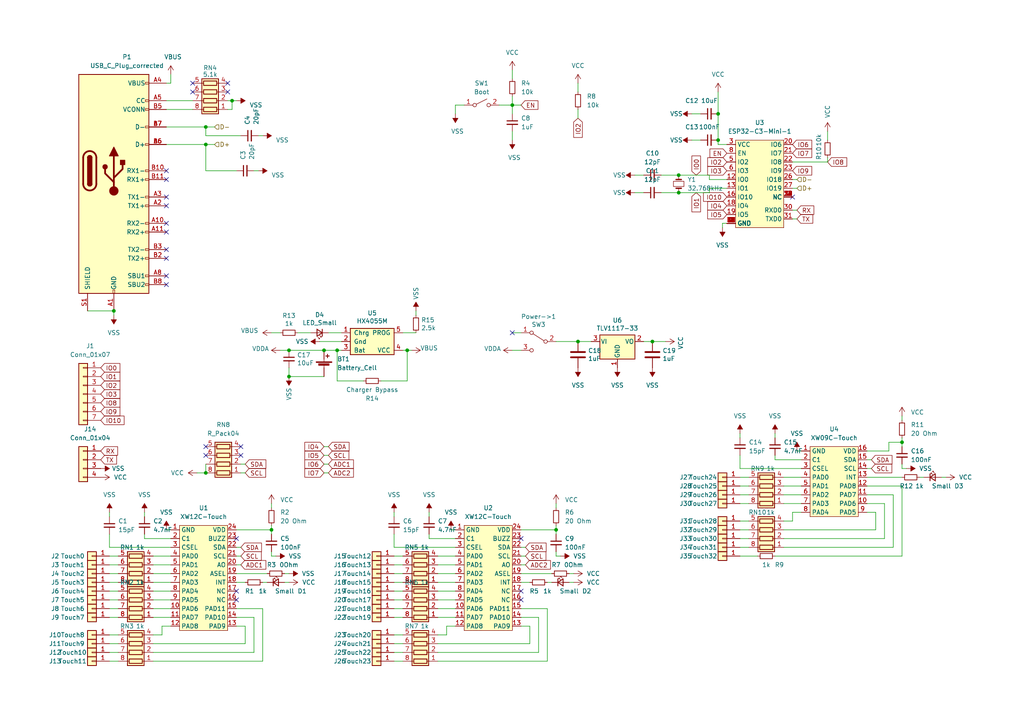
<source format=kicad_sch>
(kicad_sch (version 20210621) (generator eeschema)
  (paper "A4")
  (junction (at 33.02 90.17) (diameter 0.9144))
  (junction (at 59.69 36.83) (diameter 0.9144))
  (junction (at 59.69 41.91) (diameter 0.9144))
  (junction (at 59.69 137.16) (diameter 0.9144))
  (junction (at 67.31 29.21) (diameter 0.9144))
  (junction (at 78.74 153.67) (diameter 0.9144))
  (junction (at 83.82 101.6) (diameter 0.9144))
  (junction (at 83.82 109.22) (diameter 0.9144))
  (junction (at 93.98 101.6) (diameter 0.9144))
  (junction (at 97.79 101.6) (diameter 0.9144))
  (junction (at 118.11 101.6) (diameter 0.9144))
  (junction (at 148.59 30.48) (diameter 0.9144))
  (junction (at 161.29 153.67) (diameter 0.9144))
  (junction (at 167.64 99.06) (diameter 0.9144))
  (junction (at 189.23 99.06) (diameter 0.9144))
  (junction (at 196.85 50.8) (diameter 0.9144))
  (junction (at 196.85 55.88) (diameter 0.9144))
  (junction (at 208.28 33.02) (diameter 0.9144))
  (junction (at 208.28 40.64) (diameter 0.9144))
  (junction (at 261.62 128.27) (diameter 0.9144))
  (no_connect (at 48.26 49.53))
  (no_connect (at 48.26 52.07))
  (no_connect (at 48.26 57.15))
  (no_connect (at 48.26 59.69))
  (no_connect (at 48.26 64.77))
  (no_connect (at 48.26 67.31))
  (no_connect (at 48.26 72.39))
  (no_connect (at 48.26 74.93))
  (no_connect (at 48.26 80.01))
  (no_connect (at 48.26 82.55))
  (no_connect (at 55.88 24.13))
  (no_connect (at 55.88 26.67))
  (no_connect (at 59.69 129.54))
  (no_connect (at 59.69 132.08))
  (no_connect (at 66.04 24.13))
  (no_connect (at 66.04 26.67))
  (no_connect (at 68.58 156.21))
  (no_connect (at 68.58 171.45))
  (no_connect (at 68.58 173.99))
  (no_connect (at 69.85 129.54))
  (no_connect (at 69.85 132.08))
  (no_connect (at 148.59 96.52))
  (no_connect (at 151.13 156.21))
  (no_connect (at 151.13 171.45))
  (no_connect (at 151.13 173.99))
  (no_connect (at 229.87 57.15))
  (wire (pts (xy 25.4 90.17) (xy 33.02 90.17)))
  (wire (pts (xy 31.75 148.59) (xy 31.75 149.86)))
  (wire (pts (xy 31.75 158.75) (xy 31.75 154.94)))
  (wire (pts (xy 31.75 161.29) (xy 34.29 161.29)))
  (wire (pts (xy 31.75 163.83) (xy 34.29 163.83)))
  (wire (pts (xy 31.75 166.37) (xy 34.29 166.37)))
  (wire (pts (xy 31.75 168.91) (xy 34.29 168.91)))
  (wire (pts (xy 31.75 171.45) (xy 34.29 171.45)))
  (wire (pts (xy 31.75 173.99) (xy 34.29 173.99)))
  (wire (pts (xy 31.75 176.53) (xy 34.29 176.53)))
  (wire (pts (xy 31.75 179.07) (xy 34.29 179.07)))
  (wire (pts (xy 31.75 184.15) (xy 34.29 184.15)))
  (wire (pts (xy 31.75 186.69) (xy 34.29 186.69)))
  (wire (pts (xy 31.75 189.23) (xy 34.29 189.23)))
  (wire (pts (xy 31.75 191.77) (xy 34.29 191.77)))
  (wire (pts (xy 33.02 90.17) (xy 33.02 91.44)))
  (wire (pts (xy 41.91 148.59) (xy 41.91 149.86)))
  (wire (pts (xy 41.91 156.21) (xy 41.91 154.94)))
  (wire (pts (xy 44.45 161.29) (xy 49.53 161.29)))
  (wire (pts (xy 44.45 163.83) (xy 49.53 163.83)))
  (wire (pts (xy 44.45 166.37) (xy 49.53 166.37)))
  (wire (pts (xy 44.45 168.91) (xy 49.53 168.91)))
  (wire (pts (xy 44.45 171.45) (xy 49.53 171.45)))
  (wire (pts (xy 44.45 173.99) (xy 49.53 173.99)))
  (wire (pts (xy 44.45 176.53) (xy 49.53 176.53)))
  (wire (pts (xy 44.45 179.07) (xy 49.53 179.07)))
  (wire (pts (xy 44.45 191.77) (xy 76.2 191.77)))
  (wire (pts (xy 46.99 181.61) (xy 46.99 184.15)))
  (wire (pts (xy 46.99 184.15) (xy 44.45 184.15)))
  (wire (pts (xy 48.26 29.21) (xy 55.88 29.21)))
  (wire (pts (xy 48.26 31.75) (xy 55.88 31.75)))
  (wire (pts (xy 48.26 36.83) (xy 59.69 36.83)))
  (wire (pts (xy 48.26 41.91) (xy 59.69 41.91)))
  (wire (pts (xy 48.26 153.67) (xy 49.53 153.67)))
  (wire (pts (xy 49.53 21.59) (xy 49.53 24.13)))
  (wire (pts (xy 49.53 24.13) (xy 48.26 24.13)))
  (wire (pts (xy 49.53 156.21) (xy 41.91 156.21)))
  (wire (pts (xy 49.53 158.75) (xy 31.75 158.75)))
  (wire (pts (xy 49.53 181.61) (xy 46.99 181.61)))
  (wire (pts (xy 57.15 137.16) (xy 59.69 137.16)))
  (wire (pts (xy 59.69 36.83) (xy 62.23 36.83)))
  (wire (pts (xy 59.69 39.37) (xy 59.69 36.83)))
  (wire (pts (xy 59.69 41.91) (xy 62.23 41.91)))
  (wire (pts (xy 59.69 49.53) (xy 59.69 41.91)))
  (wire (pts (xy 59.69 134.62) (xy 59.69 137.16)))
  (wire (pts (xy 66.04 29.21) (xy 67.31 29.21)))
  (wire (pts (xy 66.04 31.75) (xy 67.31 31.75)))
  (wire (pts (xy 67.31 29.21) (xy 67.31 31.75)))
  (wire (pts (xy 67.31 29.21) (xy 68.58 29.21)))
  (wire (pts (xy 68.58 49.53) (xy 59.69 49.53)))
  (wire (pts (xy 68.58 153.67) (xy 78.74 153.67)))
  (wire (pts (xy 68.58 158.75) (xy 69.85 158.75)))
  (wire (pts (xy 68.58 161.29) (xy 69.85 161.29)))
  (wire (pts (xy 68.58 163.83) (xy 69.85 163.83)))
  (wire (pts (xy 68.58 166.37) (xy 77.47 166.37)))
  (wire (pts (xy 68.58 168.91) (xy 71.12 168.91)))
  (wire (pts (xy 68.58 179.07) (xy 73.66 179.07)))
  (wire (pts (xy 68.58 181.61) (xy 71.12 181.61)))
  (wire (pts (xy 69.85 39.37) (xy 59.69 39.37)))
  (wire (pts (xy 69.85 134.62) (xy 71.12 134.62)))
  (wire (pts (xy 69.85 137.16) (xy 71.12 137.16)))
  (wire (pts (xy 71.12 181.61) (xy 71.12 186.69)))
  (wire (pts (xy 71.12 186.69) (xy 44.45 186.69)))
  (wire (pts (xy 73.66 49.53) (xy 74.93 49.53)))
  (wire (pts (xy 73.66 179.07) (xy 73.66 189.23)))
  (wire (pts (xy 73.66 189.23) (xy 44.45 189.23)))
  (wire (pts (xy 74.93 39.37) (xy 76.2 39.37)))
  (wire (pts (xy 76.2 168.91) (xy 77.47 168.91)))
  (wire (pts (xy 76.2 176.53) (xy 68.58 176.53)))
  (wire (pts (xy 76.2 191.77) (xy 76.2 176.53)))
  (wire (pts (xy 78.74 96.52) (xy 81.28 96.52)))
  (wire (pts (xy 78.74 146.05) (xy 78.74 147.32)))
  (wire (pts (xy 78.74 153.67) (xy 78.74 152.4)))
  (wire (pts (xy 78.74 153.67) (xy 78.74 154.94)))
  (wire (pts (xy 78.74 160.02) (xy 78.74 161.29)))
  (wire (pts (xy 78.74 161.29) (xy 80.01 161.29)))
  (wire (pts (xy 81.28 101.6) (xy 83.82 101.6)))
  (wire (pts (xy 82.55 166.37) (xy 83.82 166.37)))
  (wire (pts (xy 82.55 168.91) (xy 83.82 168.91)))
  (wire (pts (xy 83.82 101.6) (xy 93.98 101.6)))
  (wire (pts (xy 83.82 106.68) (xy 83.82 109.22)))
  (wire (pts (xy 83.82 109.22) (xy 93.98 109.22)))
  (wire (pts (xy 86.36 96.52) (xy 90.17 96.52)))
  (wire (pts (xy 92.71 99.06) (xy 99.06 99.06)))
  (wire (pts (xy 93.98 101.6) (xy 97.79 101.6)))
  (wire (pts (xy 93.98 129.54) (xy 95.25 129.54)))
  (wire (pts (xy 93.98 132.08) (xy 95.25 132.08)))
  (wire (pts (xy 93.98 134.62) (xy 95.25 134.62)))
  (wire (pts (xy 93.98 137.16) (xy 95.25 137.16)))
  (wire (pts (xy 95.25 96.52) (xy 99.06 96.52)))
  (wire (pts (xy 97.79 101.6) (xy 97.79 110.49)))
  (wire (pts (xy 97.79 101.6) (xy 99.06 101.6)))
  (wire (pts (xy 105.41 110.49) (xy 97.79 110.49)))
  (wire (pts (xy 110.49 110.49) (xy 118.11 110.49)))
  (wire (pts (xy 114.3 148.59) (xy 114.3 149.86)))
  (wire (pts (xy 114.3 158.75) (xy 114.3 154.94)))
  (wire (pts (xy 114.3 161.29) (xy 116.84 161.29)))
  (wire (pts (xy 114.3 163.83) (xy 116.84 163.83)))
  (wire (pts (xy 114.3 166.37) (xy 116.84 166.37)))
  (wire (pts (xy 114.3 168.91) (xy 116.84 168.91)))
  (wire (pts (xy 114.3 171.45) (xy 116.84 171.45)))
  (wire (pts (xy 114.3 173.99) (xy 116.84 173.99)))
  (wire (pts (xy 114.3 176.53) (xy 116.84 176.53)))
  (wire (pts (xy 114.3 179.07) (xy 116.84 179.07)))
  (wire (pts (xy 114.3 184.15) (xy 116.84 184.15)))
  (wire (pts (xy 114.3 186.69) (xy 116.84 186.69)))
  (wire (pts (xy 114.3 189.23) (xy 116.84 189.23)))
  (wire (pts (xy 114.3 191.77) (xy 116.84 191.77)))
  (wire (pts (xy 116.84 96.52) (xy 120.65 96.52)))
  (wire (pts (xy 116.84 101.6) (xy 118.11 101.6)))
  (wire (pts (xy 118.11 101.6) (xy 118.11 110.49)))
  (wire (pts (xy 118.11 101.6) (xy 119.38 101.6)))
  (wire (pts (xy 120.65 91.44) (xy 120.65 90.17)))
  (wire (pts (xy 124.46 148.59) (xy 124.46 149.86)))
  (wire (pts (xy 124.46 156.21) (xy 124.46 154.94)))
  (wire (pts (xy 127 161.29) (xy 132.08 161.29)))
  (wire (pts (xy 127 163.83) (xy 132.08 163.83)))
  (wire (pts (xy 127 166.37) (xy 132.08 166.37)))
  (wire (pts (xy 127 168.91) (xy 132.08 168.91)))
  (wire (pts (xy 127 171.45) (xy 132.08 171.45)))
  (wire (pts (xy 127 173.99) (xy 132.08 173.99)))
  (wire (pts (xy 127 176.53) (xy 132.08 176.53)))
  (wire (pts (xy 127 179.07) (xy 132.08 179.07)))
  (wire (pts (xy 127 191.77) (xy 158.75 191.77)))
  (wire (pts (xy 129.54 181.61) (xy 129.54 184.15)))
  (wire (pts (xy 129.54 184.15) (xy 127 184.15)))
  (wire (pts (xy 130.81 153.67) (xy 132.08 153.67)))
  (wire (pts (xy 132.08 30.48) (xy 134.62 30.48)))
  (wire (pts (xy 132.08 33.02) (xy 132.08 30.48)))
  (wire (pts (xy 132.08 156.21) (xy 124.46 156.21)))
  (wire (pts (xy 132.08 158.75) (xy 114.3 158.75)))
  (wire (pts (xy 132.08 181.61) (xy 129.54 181.61)))
  (wire (pts (xy 144.78 30.48) (xy 148.59 30.48)))
  (wire (pts (xy 148.59 20.32) (xy 148.59 22.86)))
  (wire (pts (xy 148.59 27.94) (xy 148.59 30.48)))
  (wire (pts (xy 148.59 30.48) (xy 148.59 33.02)))
  (wire (pts (xy 148.59 30.48) (xy 151.13 30.48)))
  (wire (pts (xy 148.59 38.1) (xy 148.59 40.64)))
  (wire (pts (xy 148.59 96.52) (xy 151.13 96.52)))
  (wire (pts (xy 148.59 101.6) (xy 151.13 101.6)))
  (wire (pts (xy 151.13 153.67) (xy 161.29 153.67)))
  (wire (pts (xy 151.13 158.75) (xy 152.4 158.75)))
  (wire (pts (xy 151.13 161.29) (xy 152.4 161.29)))
  (wire (pts (xy 151.13 163.83) (xy 152.4 163.83)))
  (wire (pts (xy 151.13 166.37) (xy 160.02 166.37)))
  (wire (pts (xy 151.13 168.91) (xy 153.67 168.91)))
  (wire (pts (xy 151.13 179.07) (xy 156.21 179.07)))
  (wire (pts (xy 151.13 181.61) (xy 153.67 181.61)))
  (wire (pts (xy 153.67 181.61) (xy 153.67 186.69)))
  (wire (pts (xy 153.67 186.69) (xy 127 186.69)))
  (wire (pts (xy 156.21 179.07) (xy 156.21 189.23)))
  (wire (pts (xy 156.21 189.23) (xy 127 189.23)))
  (wire (pts (xy 158.75 168.91) (xy 160.02 168.91)))
  (wire (pts (xy 158.75 176.53) (xy 151.13 176.53)))
  (wire (pts (xy 158.75 191.77) (xy 158.75 176.53)))
  (wire (pts (xy 161.29 99.06) (xy 167.64 99.06)))
  (wire (pts (xy 161.29 146.05) (xy 161.29 147.32)))
  (wire (pts (xy 161.29 153.67) (xy 161.29 152.4)))
  (wire (pts (xy 161.29 153.67) (xy 161.29 154.94)))
  (wire (pts (xy 161.29 160.02) (xy 161.29 161.29)))
  (wire (pts (xy 161.29 161.29) (xy 162.56 161.29)))
  (wire (pts (xy 165.1 166.37) (xy 166.37 166.37)))
  (wire (pts (xy 165.1 168.91) (xy 166.37 168.91)))
  (wire (pts (xy 167.64 24.13) (xy 167.64 26.67)))
  (wire (pts (xy 167.64 31.75) (xy 167.64 34.29)))
  (wire (pts (xy 171.45 99.06) (xy 167.64 99.06)))
  (wire (pts (xy 184.15 50.8) (xy 186.69 50.8)))
  (wire (pts (xy 184.15 55.88) (xy 186.69 55.88)))
  (wire (pts (xy 186.69 99.06) (xy 189.23 99.06)))
  (wire (pts (xy 189.23 99.06) (xy 193.04 99.06)))
  (wire (pts (xy 196.85 50.8) (xy 191.77 50.8)))
  (wire (pts (xy 196.85 50.8) (xy 205.74 50.8)))
  (wire (pts (xy 196.85 55.88) (xy 191.77 55.88)))
  (wire (pts (xy 200.66 33.02) (xy 203.2 33.02)))
  (wire (pts (xy 200.66 40.64) (xy 203.2 40.64)))
  (wire (pts (xy 205.74 52.07) (xy 205.74 50.8)))
  (wire (pts (xy 205.74 54.61) (xy 205.74 55.88)))
  (wire (pts (xy 205.74 55.88) (xy 196.85 55.88)))
  (wire (pts (xy 208.28 26.67) (xy 208.28 33.02)))
  (wire (pts (xy 208.28 33.02) (xy 208.28 40.64)))
  (wire (pts (xy 208.28 40.64) (xy 208.28 41.91)))
  (wire (pts (xy 209.55 64.77) (xy 210.82 64.77)))
  (wire (pts (xy 209.55 66.04) (xy 209.55 64.77)))
  (wire (pts (xy 210.82 41.91) (xy 208.28 41.91)))
  (wire (pts (xy 210.82 52.07) (xy 205.74 52.07)))
  (wire (pts (xy 210.82 54.61) (xy 205.74 54.61)))
  (wire (pts (xy 214.63 125.73) (xy 214.63 127)))
  (wire (pts (xy 214.63 135.89) (xy 214.63 132.08)))
  (wire (pts (xy 214.63 138.43) (xy 217.17 138.43)))
  (wire (pts (xy 214.63 140.97) (xy 217.17 140.97)))
  (wire (pts (xy 214.63 143.51) (xy 217.17 143.51)))
  (wire (pts (xy 214.63 146.05) (xy 217.17 146.05)))
  (wire (pts (xy 214.63 151.13) (xy 217.17 151.13)))
  (wire (pts (xy 214.63 153.67) (xy 217.17 153.67)))
  (wire (pts (xy 214.63 156.21) (xy 217.17 156.21)))
  (wire (pts (xy 214.63 158.75) (xy 217.17 158.75)))
  (wire (pts (xy 214.63 161.29) (xy 219.71 161.29)))
  (wire (pts (xy 224.79 125.73) (xy 224.79 127)))
  (wire (pts (xy 224.79 133.35) (xy 224.79 132.08)))
  (wire (pts (xy 224.79 161.29) (xy 261.62 161.29)))
  (wire (pts (xy 227.33 138.43) (xy 232.41 138.43)))
  (wire (pts (xy 227.33 140.97) (xy 232.41 140.97)))
  (wire (pts (xy 227.33 143.51) (xy 232.41 143.51)))
  (wire (pts (xy 227.33 146.05) (xy 232.41 146.05)))
  (wire (pts (xy 227.33 158.75) (xy 259.08 158.75)))
  (wire (pts (xy 229.87 46.99) (xy 240.03 46.99)))
  (wire (pts (xy 229.87 52.07) (xy 231.14 52.07)))
  (wire (pts (xy 229.87 54.61) (xy 231.14 54.61)))
  (wire (pts (xy 229.87 60.96) (xy 231.14 60.96)))
  (wire (pts (xy 229.87 63.5) (xy 231.14 63.5)))
  (wire (pts (xy 229.87 148.59) (xy 229.87 151.13)))
  (wire (pts (xy 229.87 151.13) (xy 227.33 151.13)))
  (wire (pts (xy 231.14 130.81) (xy 232.41 130.81)))
  (wire (pts (xy 232.41 133.35) (xy 224.79 133.35)))
  (wire (pts (xy 232.41 135.89) (xy 214.63 135.89)))
  (wire (pts (xy 232.41 148.59) (xy 229.87 148.59)))
  (wire (pts (xy 240.03 40.64) (xy 240.03 38.1)))
  (wire (pts (xy 240.03 46.99) (xy 240.03 45.72)))
  (wire (pts (xy 251.46 130.81) (xy 257.81 130.81)))
  (wire (pts (xy 251.46 133.35) (xy 252.73 133.35)))
  (wire (pts (xy 251.46 135.89) (xy 252.73 135.89)))
  (wire (pts (xy 251.46 138.43) (xy 261.62 138.43)))
  (wire (pts (xy 251.46 143.51) (xy 259.08 143.51)))
  (wire (pts (xy 251.46 146.05) (xy 256.54 146.05)))
  (wire (pts (xy 254 148.59) (xy 251.46 148.59)))
  (wire (pts (xy 254 153.67) (xy 227.33 153.67)))
  (wire (pts (xy 254 153.67) (xy 254 148.59)))
  (wire (pts (xy 256.54 146.05) (xy 256.54 156.21)))
  (wire (pts (xy 256.54 156.21) (xy 227.33 156.21)))
  (wire (pts (xy 257.81 128.27) (xy 261.62 128.27)))
  (wire (pts (xy 257.81 130.81) (xy 257.81 128.27)))
  (wire (pts (xy 259.08 143.51) (xy 259.08 158.75)))
  (wire (pts (xy 261.62 120.65) (xy 261.62 121.92)))
  (wire (pts (xy 261.62 127) (xy 261.62 128.27)))
  (wire (pts (xy 261.62 128.27) (xy 261.62 129.54)))
  (wire (pts (xy 261.62 134.62) (xy 261.62 135.89)))
  (wire (pts (xy 261.62 135.89) (xy 262.89 135.89)))
  (wire (pts (xy 261.62 140.97) (xy 251.46 140.97)))
  (wire (pts (xy 261.62 161.29) (xy 261.62 140.97)))
  (wire (pts (xy 266.7 138.43) (xy 267.97 138.43)))
  (wire (pts (xy 273.05 138.43) (xy 274.32 138.43)))
  (global_label "IO0" (shape input) (at 29.21 106.68 0) (property "Intersheet References" "${INTERSHEET_REFS}" (effects hide)))
  (global_label "IO1" (shape input) (at 29.21 109.22 0) (property "Intersheet References" "${INTERSHEET_REFS}" (effects hide)))
  (global_label "IO2" (shape input) (at 29.21 111.76 0) (property "Intersheet References" "${INTERSHEET_REFS}" (effects hide)))
  (global_label "IO3" (shape input) (at 29.21 114.3 0) (property "Intersheet References" "${INTERSHEET_REFS}" (effects hide)))
  (global_label "IO8" (shape input) (at 29.21 116.84 0) (property "Intersheet References" "${INTERSHEET_REFS}" (effects hide)))
  (global_label "IO9" (shape input) (at 29.21 119.38 0) (property "Intersheet References" "${INTERSHEET_REFS}" (effects hide)))
  (global_label "IO10" (shape input) (at 29.21 121.92 0) (property "Intersheet References" "${INTERSHEET_REFS}" (effects hide)))
  (global_label "RX" (shape input) (at 29.21 130.81 0) (property "Intersheet References" "${INTERSHEET_REFS}" (effects hide)))
  (global_label "TX" (shape input) (at 29.21 133.35 0) (property "Intersheet References" "${INTERSHEET_REFS}" (effects hide)))
  (global_label "SDA" (shape input) (at 69.85 158.75 0) (property "Intersheet References" "${INTERSHEET_REFS}" (effects hide)))
  (global_label "SCL" (shape input) (at 69.85 161.29 0) (property "Intersheet References" "${INTERSHEET_REFS}" (effects hide)))
  (global_label "ADC1" (shape input) (at 69.85 163.83 0) (property "Intersheet References" "${INTERSHEET_REFS}" (effects hide)))
  (global_label "SDA" (shape input) (at 71.12 134.62 0) (property "Intersheet References" "${INTERSHEET_REFS}" (effects hide)))
  (global_label "SCL" (shape input) (at 71.12 137.16 0) (property "Intersheet References" "${INTERSHEET_REFS}" (effects hide)))
  (global_label "IO4" (shape input) (at 93.98 129.54 180) (property "Intersheet References" "${INTERSHEET_REFS}" (effects hide)))
  (global_label "IO5" (shape input) (at 93.98 132.08 180) (property "Intersheet References" "${INTERSHEET_REFS}" (effects hide)))
  (global_label "IO6" (shape input) (at 93.98 134.62 180) (property "Intersheet References" "${INTERSHEET_REFS}" (effects hide)))
  (global_label "IO7" (shape input) (at 93.98 137.16 180) (property "Intersheet References" "${INTERSHEET_REFS}" (effects hide)))
  (global_label "SDA" (shape input) (at 95.25 129.54 0) (property "Intersheet References" "${INTERSHEET_REFS}" (effects hide)))
  (global_label "SCL" (shape input) (at 95.25 132.08 0) (property "Intersheet References" "${INTERSHEET_REFS}" (effects hide)))
  (global_label "ADC1" (shape input) (at 95.25 134.62 0) (property "Intersheet References" "${INTERSHEET_REFS}" (effects hide)))
  (global_label "ADC2" (shape input) (at 95.25 137.16 0) (property "Intersheet References" "${INTERSHEET_REFS}" (effects hide)))
  (global_label "EN" (shape input) (at 151.13 30.48 0) (property "Intersheet References" "${INTERSHEET_REFS}" (effects hide)))
  (global_label "SDA" (shape input) (at 152.4 158.75 0) (property "Intersheet References" "${INTERSHEET_REFS}" (effects hide)))
  (global_label "SCL" (shape input) (at 152.4 161.29 0) (property "Intersheet References" "${INTERSHEET_REFS}" (effects hide)))
  (global_label "ADC2" (shape input) (at 152.4 163.83 0) (property "Intersheet References" "${INTERSHEET_REFS}" (effects hide)))
  (global_label "IO2" (shape input) (at 167.64 34.29 270) (property "Intersheet References" "${INTERSHEET_REFS}" (effects hide)))
  (global_label "IO0" (shape input) (at 201.93 50.8 90) (property "Intersheet References" "${INTERSHEET_REFS}" (effects hide)))
  (global_label "IO1" (shape input) (at 201.93 55.88 270) (property "Intersheet References" "${INTERSHEET_REFS}" (effects hide)))
  (global_label "EN" (shape input) (at 210.82 44.45 180) (property "Intersheet References" "${INTERSHEET_REFS}" (effects hide)))
  (global_label "IO2" (shape input) (at 210.82 46.99 180) (property "Intersheet References" "${INTERSHEET_REFS}" (effects hide)))
  (global_label "IO3" (shape input) (at 210.82 49.53 180) (property "Intersheet References" "${INTERSHEET_REFS}" (effects hide)))
  (global_label "IO10" (shape input) (at 210.82 57.15 180) (property "Intersheet References" "${INTERSHEET_REFS}" (effects hide)))
  (global_label "IO4" (shape input) (at 210.82 59.69 180) (property "Intersheet References" "${INTERSHEET_REFS}" (effects hide)))
  (global_label "IO5" (shape input) (at 210.82 62.23 180) (property "Intersheet References" "${INTERSHEET_REFS}" (effects hide)))
  (global_label "IO6" (shape input) (at 229.87 41.91 0) (property "Intersheet References" "${INTERSHEET_REFS}" (effects hide)))
  (global_label "IO7" (shape input) (at 229.87 44.45 0) (property "Intersheet References" "${INTERSHEET_REFS}" (effects hide)))
  (global_label "IO9" (shape input) (at 229.87 49.53 0) (property "Intersheet References" "${INTERSHEET_REFS}" (effects hide)))
  (global_label "RX" (shape input) (at 231.14 60.96 0) (property "Intersheet References" "${INTERSHEET_REFS}" (effects hide)))
  (global_label "TX" (shape input) (at 231.14 63.5 0) (property "Intersheet References" "${INTERSHEET_REFS}" (effects hide)))
  (global_label "IO8" (shape input) (at 240.03 46.99 0) (property "Intersheet References" "${INTERSHEET_REFS}" (effects hide)))
  (global_label "SDA" (shape input) (at 252.73 133.35 0) (property "Intersheet References" "${INTERSHEET_REFS}" (effects hide)))
  (global_label "SCL" (shape input) (at 252.73 135.89 0) (property "Intersheet References" "${INTERSHEET_REFS}" (effects hide)))
  (hierarchical_label "D-" (shape input) (at 62.23 36.83 0))
  (hierarchical_label "D+" (shape input) (at 62.23 41.91 0))
  (hierarchical_label "D-" (shape input) (at 231.14 52.07 0))
  (hierarchical_label "D+" (shape input) (at 231.14 54.61 0))
  (symbol (lib_id "power:VSS") (at 29.21 135.89 270) (unit 1)
    (property "Reference" "#PWR013" (effects hide))
    (property "Value" "VSS" (at 34.29 135.89 90))
  )
  (symbol (lib_id "power:VCC") (at 29.21 138.43 270) (unit 1)
    (property "Reference" "#PWR014" (effects hide))
    (property "Value" "VCC" (at 33.02 138.4299 90) (effects (justify left)))
  )
  (symbol (lib_id "power:VSS") (at 31.75 148.59 0) (unit 1)
    (property "Reference" "#PWR02" (effects hide))
    (property "Value" "VSS" (at 31.75 143.51 0))
  )
  (symbol (lib_id "power:VSS") (at 33.02 91.44 180) (unit 1)
    (property "Reference" "#PWR01" (effects hide))
    (property "Value" "VSS" (at 33.02 96.52 0))
  )
  (symbol (lib_id "power:VSS") (at 41.91 148.59 0) (unit 1)
    (property "Reference" "#PWR03" (effects hide))
    (property "Value" "VSS" (at 41.91 143.51 0))
  )
  (symbol (lib_id "power:VSS") (at 48.26 153.67 0) (unit 1)
    (property "Reference" "#PWR05" (effects hide))
    (property "Value" "VSS" (at 48.26 148.59 0))
  )
  (symbol (lib_id "power:VBUS") (at 49.53 21.59 0) (unit 1)
    (property "Reference" "#PWR04" (effects hide))
    (property "Value" "VBUS" (at 50.165 16.51 0))
  )
  (symbol (lib_id "power:VCC") (at 57.15 137.16 90) (unit 1)
    (property "Reference" "#PWR016" (effects hide))
    (property "Value" "VCC" (at 49.53 137.1599 90) (effects (justify right)))
  )
  (symbol (lib_id "power:VSS") (at 68.58 29.21 270) (unit 1)
    (property "Reference" "#PWR06" (effects hide))
    (property "Value" "VSS" (at 72.39 30.48 90) (effects (justify left)))
  )
  (symbol (lib_id "power:VSS") (at 74.93 49.53 270) (unit 1)
    (property "Reference" "#PWR07" (effects hide))
    (property "Value" "VSS" (at 78.74 50.8 90) (effects (justify left)))
  )
  (symbol (lib_id "power:VSS") (at 76.2 39.37 270) (unit 1)
    (property "Reference" "#PWR08" (effects hide))
    (property "Value" "VSS" (at 80.01 40.64 90) (effects (justify left)))
  )
  (symbol (lib_id "power:VBUS") (at 78.74 96.52 90) (unit 1)
    (property "Reference" "#PWR0101" (effects hide))
    (property "Value" "VBUS" (at 72.39 95.885 90))
  )
  (symbol (lib_id "power:VCC") (at 78.74 146.05 0) (unit 1)
    (property "Reference" "#PWR09" (effects hide))
    (property "Value" "VCC" (at 81.28 144.9704 0) (effects (justify left)))
  )
  (symbol (lib_id "power:VSS") (at 80.01 161.29 270) (unit 1)
    (property "Reference" "#PWR010" (effects hide))
    (property "Value" "VSS" (at 87.4394 161.29 90) (effects (justify right)))
  )
  (symbol (lib_id "power:VDDA") (at 81.28 101.6 90) (unit 1)
    (property "Reference" "#PWR0102" (effects hide))
    (property "Value" "VDDA" (at 78.0288 101.1428 90) (effects (justify left)))
  )
  (symbol (lib_id "power:VSS") (at 83.82 109.22 180) (unit 1)
    (property "Reference" "#PWR0103" (effects hide))
    (property "Value" "VSS" (at 83.82 114.3 90))
  )
  (symbol (lib_id "power:VSS") (at 83.82 166.37 270) (unit 1)
    (property "Reference" "#PWR011" (effects hide))
    (property "Value" "VSS" (at 91.2494 166.37 90) (effects (justify right)))
  )
  (symbol (lib_id "power:VCC") (at 83.82 168.91 270) (unit 1)
    (property "Reference" "#PWR012" (effects hide))
    (property "Value" "VCC" (at 87.63 168.9099 90) (effects (justify left)))
  )
  (symbol (lib_id "power:VSS") (at 92.71 99.06 90) (unit 1)
    (property "Reference" "#PWR0104" (effects hide))
    (property "Value" "VSS" (at 87.63 99.06 90))
  )
  (symbol (lib_id "power:VSS") (at 114.3 148.59 0) (unit 1)
    (property "Reference" "#PWR015" (effects hide))
    (property "Value" "VSS" (at 114.3 143.51 0))
  )
  (symbol (lib_id "power:VBUS") (at 119.38 101.6 270) (unit 1)
    (property "Reference" "#PWR0105" (effects hide))
    (property "Value" "VBUS" (at 124.46 100.965 90))
  )
  (symbol (lib_id "power:VSS") (at 120.65 90.17 0) (unit 1)
    (property "Reference" "#PWR0106" (effects hide))
    (property "Value" "VSS" (at 120.65 85.09 90))
  )
  (symbol (lib_id "power:VSS") (at 124.46 148.59 0) (unit 1)
    (property "Reference" "#PWR017" (effects hide))
    (property "Value" "VSS" (at 124.46 143.51 0))
  )
  (symbol (lib_id "power:VSS") (at 130.81 153.67 0) (unit 1)
    (property "Reference" "#PWR018" (effects hide))
    (property "Value" "VSS" (at 130.81 148.59 0))
  )
  (symbol (lib_id "power:VSS") (at 132.08 33.02 180) (unit 1)
    (property "Reference" "#PWR019" (effects hide))
    (property "Value" "VSS" (at 130.8099 38.1 0) (effects (justify right)))
  )
  (symbol (lib_id "power:VCC") (at 148.59 20.32 0) (unit 1)
    (property "Reference" "#PWR020" (effects hide))
    (property "Value" "VCC" (at 148.59 15.24 0))
  )
  (symbol (lib_id "power:VSS") (at 148.59 40.64 180) (unit 1)
    (property "Reference" "#PWR021" (effects hide))
    (property "Value" "VSS" (at 147.3199 45.72 0) (effects (justify right)))
  )
  (symbol (lib_id "power:VDDA") (at 148.59 101.6 90) (unit 1)
    (property "Reference" "#PWR040" (effects hide))
    (property "Value" "VDDA" (at 145.3388 101.1428 90) (effects (justify left)))
  )
  (symbol (lib_id "power:VCC") (at 161.29 146.05 0) (unit 1)
    (property "Reference" "#PWR022" (effects hide))
    (property "Value" "VCC" (at 163.83 144.9704 0) (effects (justify left)))
  )
  (symbol (lib_id "power:VSS") (at 162.56 161.29 270) (unit 1)
    (property "Reference" "#PWR023" (effects hide))
    (property "Value" "VSS" (at 169.9894 161.29 90) (effects (justify right)))
  )
  (symbol (lib_id "power:VCC") (at 166.37 166.37 270) (unit 1)
    (property "Reference" "#PWR024" (effects hide))
    (property "Value" "VCC" (at 170.18 166.3699 90) (effects (justify left)))
  )
  (symbol (lib_id "power:VCC") (at 166.37 168.91 270) (unit 1)
    (property "Reference" "#PWR025" (effects hide))
    (property "Value" "VCC" (at 170.18 168.9099 90) (effects (justify left)))
  )
  (symbol (lib_id "power:VCC") (at 167.64 24.13 0) (unit 1)
    (property "Reference" "#PWR026" (effects hide))
    (property "Value" "VCC" (at 167.64 19.05 0))
  )
  (symbol (lib_id "power:VSS") (at 167.64 106.68 180) (unit 1)
    (property "Reference" "#PWR041" (effects hide))
    (property "Value" "VSS" (at 167.64 111.76 0))
  )
  (symbol (lib_id "power:VSS") (at 179.07 106.68 180) (unit 1)
    (property "Reference" "#PWR042" (effects hide))
    (property "Value" "VSS" (at 179.07 111.76 0))
  )
  (symbol (lib_id "power:VSS") (at 184.15 50.8 90) (unit 1)
    (property "Reference" "#PWR027" (effects hide))
    (property "Value" "VSS" (at 177.8 50.7999 90) (effects (justify right)))
  )
  (symbol (lib_id "power:VSS") (at 184.15 55.88 90) (unit 1)
    (property "Reference" "#PWR028" (effects hide))
    (property "Value" "VSS" (at 177.8 55.8799 90) (effects (justify right)))
  )
  (symbol (lib_id "power:VSS") (at 189.23 106.68 180) (unit 1)
    (property "Reference" "#PWR043" (effects hide))
    (property "Value" "VSS" (at 189.23 111.76 0))
  )
  (symbol (lib_id "power:VCC") (at 193.04 99.06 270) (unit 1)
    (property "Reference" "#PWR044" (effects hide))
    (property "Value" "VCC" (at 197.4342 99.4918 0))
  )
  (symbol (lib_id "power:VSS") (at 200.66 33.02 90) (unit 1)
    (property "Reference" "#PWR029" (effects hide))
    (property "Value" "VSS" (at 194.31 33.0199 90) (effects (justify right)))
  )
  (symbol (lib_id "power:VSS") (at 200.66 40.64 90) (unit 1)
    (property "Reference" "#PWR030" (effects hide))
    (property "Value" "VSS" (at 194.31 40.6399 90) (effects (justify right)))
  )
  (symbol (lib_id "power:VCC") (at 208.28 26.67 0) (unit 1)
    (property "Reference" "#PWR031" (effects hide))
    (property "Value" "VCC" (at 208.28 21.59 0))
  )
  (symbol (lib_id "power:VSS") (at 209.55 66.04 180) (unit 1)
    (property "Reference" "#PWR032" (effects hide))
    (property "Value" "VSS" (at 209.55 71.12 0))
  )
  (symbol (lib_id "power:VSS") (at 214.63 125.73 0) (unit 1)
    (property "Reference" "#PWR033" (effects hide))
    (property "Value" "VSS" (at 214.63 120.65 0))
  )
  (symbol (lib_id "power:VSS") (at 224.79 125.73 0) (unit 1)
    (property "Reference" "#PWR034" (effects hide))
    (property "Value" "VSS" (at 224.79 120.65 0))
  )
  (symbol (lib_id "power:VSS") (at 231.14 130.81 0) (unit 1)
    (property "Reference" "#PWR035" (effects hide))
    (property "Value" "VSS" (at 231.14 125.73 0))
  )
  (symbol (lib_id "power:VCC") (at 240.03 38.1 0) (unit 1)
    (property "Reference" "#PWR036" (effects hide))
    (property "Value" "VCC" (at 240.0299 34.29 90) (effects (justify left)))
  )
  (symbol (lib_id "power:VCC") (at 261.62 120.65 0) (unit 1)
    (property "Reference" "#PWR037" (effects hide))
    (property "Value" "VCC" (at 264.16 119.5704 0) (effects (justify left)))
  )
  (symbol (lib_id "power:VSS") (at 262.89 135.89 270) (unit 1)
    (property "Reference" "#PWR038" (effects hide))
    (property "Value" "VSS" (at 270.3194 135.89 90) (effects (justify right)))
  )
  (symbol (lib_id "power:VCC") (at 274.32 138.43 270) (unit 1)
    (property "Reference" "#PWR039" (effects hide))
    (property "Value" "VCC" (at 278.13 138.4299 90) (effects (justify left)))
  )
  (symbol (lib_id "Device:R_Small") (at 73.66 168.91 270) (mirror x) (unit 1)
    (property "Reference" "R1" (at 72.39 171.45 90))
    (property "Value" "1k" (at 76.2 171.45 90))
    (property "Footprint" "Resistor_SMD:R_0805_2012Metric" (effects hide))
  )
  (symbol (lib_id "Device:R_Small") (at 78.74 149.86 0) (unit 1)
    (property "Reference" "R2" (at 81.28 148.5899 0) (effects (justify left)))
    (property "Value" "20 Ohm" (at 81.28 151.1299 0) (effects (justify left)))
    (property "Footprint" "Resistor_SMD:R_0805_2012Metric" (effects hide))
  )
  (symbol (lib_id "Device:R_Small") (at 80.01 166.37 270) (unit 1)
    (property "Reference" "R3" (at 78.74 163.83 90))
    (property "Value" "0Ohm" (at 83.82 163.83 90))
    (property "Footprint" "Resistor_SMD:R_0805_2012Metric" (effects hide))
  )
  (symbol (lib_id "Device:R_Small") (at 83.82 96.52 270) (unit 1)
    (property "Reference" "R13" (at 83.82 91.5416 90))
    (property "Value" "1k" (at 83.82 93.853 90))
    (property "Footprint" "Resistor_SMD:R_0805_2012Metric" (effects hide))
  )
  (symbol (lib_id "Device:R_Small") (at 107.95 110.49 270) (unit 1)
    (property "Reference" "R14" (at 107.95 115.57 90))
    (property "Value" "Charger Bypass" (at 107.95 113.03 90))
    (property "Footprint" "Resistor_SMD:R_0805_2012Metric" (effects hide))
  )
  (symbol (lib_id "Device:R_Small") (at 120.65 93.98 0) (unit 1)
    (property "Reference" "R15" (at 122.1486 92.8116 0) (effects (justify left)))
    (property "Value" "2.5k" (at 122.149 95.123 0) (effects (justify left)))
    (property "Footprint" "Resistor_SMD:R_0805_2012Metric" (effects hide))
  )
  (symbol (lib_id "Device:R_Small") (at 148.59 25.4 0) (unit 1)
    (property "Reference" "R4" (at 151.13 24.1299 0) (effects (justify left)))
    (property "Value" "10k" (at 151.13 26.6699 0) (effects (justify left)))
    (property "Footprint" "Resistor_SMD:R_0805_2012Metric" (effects hide))
  )
  (symbol (lib_id "Device:R_Small") (at 156.21 168.91 270) (mirror x) (unit 1)
    (property "Reference" "R5" (at 154.94 171.45 90))
    (property "Value" "1k" (at 158.75 171.45 90))
    (property "Footprint" "Resistor_SMD:R_0805_2012Metric" (effects hide))
  )
  (symbol (lib_id "Device:R_Small") (at 161.29 149.86 0) (unit 1)
    (property "Reference" "R6" (at 163.83 148.5899 0) (effects (justify left)))
    (property "Value" "20 Ohm" (at 163.83 151.1299 0) (effects (justify left)))
    (property "Footprint" "Resistor_SMD:R_0805_2012Metric" (effects hide))
  )
  (symbol (lib_id "Device:R_Small") (at 162.56 166.37 270) (unit 1)
    (property "Reference" "R7" (at 161.29 163.83 90))
    (property "Value" "0Ohm" (at 166.37 163.83 90))
    (property "Footprint" "Resistor_SMD:R_0805_2012Metric" (effects hide))
  )
  (symbol (lib_id "Device:R_Small") (at 167.64 29.21 0) (unit 1)
    (property "Reference" "R8" (at 170.18 27.9399 0) (effects (justify left)))
    (property "Value" "10k" (at 170.18 30.4799 0) (effects (justify left)))
    (property "Footprint" "Resistor_SMD:R_0805_2012Metric" (effects hide))
  )
  (symbol (lib_id "Device:R_Small") (at 222.25 161.29 90) (mirror x) (unit 1)
    (property "Reference" "R9" (at 226.06 163.83 90))
    (property "Value" "1k" (at 222.25 163.83 90))
    (property "Footprint" "Resistor_SMD:R_0805_2012Metric" (effects hide))
  )
  (symbol (lib_id "Device:R_Small") (at 240.03 43.18 180) (unit 1)
    (property "Reference" "R10" (at 237.49 44.45 90))
    (property "Value" "10k" (at 237.49 40.64 90))
    (property "Footprint" "Resistor_SMD:R_0805_2012Metric" (effects hide))
  )
  (symbol (lib_id "Device:R_Small") (at 261.62 124.46 0) (unit 1)
    (property "Reference" "R11" (at 264.16 123.1899 0) (effects (justify left)))
    (property "Value" "20 Ohm" (at 264.16 125.7299 0) (effects (justify left)))
    (property "Footprint" "Resistor_SMD:R_0805_2012Metric" (effects hide))
  )
  (symbol (lib_id "Device:R_Small") (at 264.16 138.43 270) (mirror x) (unit 1)
    (property "Reference" "R12" (at 262.89 140.97 90))
    (property "Value" "1k" (at 266.7 140.97 90))
    (property "Footprint" "Resistor_SMD:R_0805_2012Metric" (effects hide))
  )
  (symbol (lib_id "Device:LED_Small") (at 80.01 168.91 0) (unit 1)
    (property "Reference" "D1" (at 87.63 171.45 0))
    (property "Value" "Small" (at 82.55 171.45 0))
    (property "Footprint" "LED_SMD:LED_0805_2012Metric" (effects hide))
  )
  (symbol (lib_id "Device:LED_Small") (at 92.71 96.52 180) (unit 1)
    (property "Reference" "D4" (at 92.71 91.313 0))
    (property "Value" "LED_Small" (at 92.71 93.6244 0))
    (property "Footprint" "LED_SMD:LED_0805_2012Metric" (effects hide))
  )
  (symbol (lib_id "Device:LED_Small") (at 162.56 168.91 0) (unit 1)
    (property "Reference" "D2" (at 170.18 171.45 0))
    (property "Value" "Small" (at 165.1 171.45 0))
    (property "Footprint" "LED_SMD:LED_0805_2012Metric" (effects hide))
  )
  (symbol (lib_id "Device:LED_Small") (at 270.51 138.43 0) (unit 1)
    (property "Reference" "D3" (at 278.13 140.97 0))
    (property "Value" "Small" (at 273.05 140.97 0))
    (property "Footprint" "LED_SMD:LED_0805_2012Metric" (effects hide))
  )
  (symbol (lib_id "Device:Crystal_Small") (at 196.85 53.34 90) (unit 1)
    (property "Reference" "Y1" (at 199.39 52.0699 90) (effects (justify right)))
    (property "Value" "32.768kHz" (at 199.39 54.6099 90) (effects (justify right)))
  )
  (symbol (lib_id "Connector_Generic:Conn_01x01") (at 26.67 161.29 180) (unit 1)
    (property "Reference" "J2" (at 16.002 161.29 0))
    (property "Value" "Touch0" (at 21.082 161.29 0))
    (property "Footprint" "TouchSplit:Pad" (effects hide))
  )
  (symbol (lib_id "Connector_Generic:Conn_01x01") (at 26.67 163.83 180) (unit 1)
    (property "Reference" "J3" (at 16.002 163.83 0))
    (property "Value" "Touch1" (at 21.082 163.83 0))
    (property "Footprint" "TouchSplit:Pad" (effects hide))
  )
  (symbol (lib_id "Connector_Generic:Conn_01x01") (at 26.67 166.37 180) (unit 1)
    (property "Reference" "J4" (at 16.002 166.37 0))
    (property "Value" "Touch2" (at 21.082 166.37 0))
    (property "Footprint" "TouchSplit:Pad" (effects hide))
  )
  (symbol (lib_id "Connector_Generic:Conn_01x01") (at 26.67 168.91 180) (unit 1)
    (property "Reference" "J5" (at 16.002 168.91 0))
    (property "Value" "Touch3" (at 21.082 168.91 0))
    (property "Footprint" "TouchSplit:Pad" (effects hide))
  )
  (symbol (lib_id "Connector_Generic:Conn_01x01") (at 26.67 171.45 180) (unit 1)
    (property "Reference" "J6" (at 16.002 171.45 0))
    (property "Value" "Touch4" (at 21.082 171.45 0))
    (property "Footprint" "TouchSplit:Pad" (effects hide))
  )
  (symbol (lib_id "Connector_Generic:Conn_01x01") (at 26.67 173.99 180) (unit 1)
    (property "Reference" "J7" (at 16.002 173.99 0))
    (property "Value" "Touch5" (at 21.082 173.99 0))
    (property "Footprint" "TouchSplit:Pad" (effects hide))
  )
  (symbol (lib_id "Connector_Generic:Conn_01x01") (at 26.67 176.53 180) (unit 1)
    (property "Reference" "J8" (at 16.002 176.53 0))
    (property "Value" "Touch6" (at 21.082 176.53 0))
    (property "Footprint" "TouchSplit:Pad" (effects hide))
  )
  (symbol (lib_id "Connector_Generic:Conn_01x01") (at 26.67 179.07 180) (unit 1)
    (property "Reference" "J9" (at 16.002 179.07 0))
    (property "Value" "Touch7" (at 21.082 179.07 0))
    (property "Footprint" "TouchSplit:Pad" (effects hide))
  )
  (symbol (lib_id "Connector_Generic:Conn_01x01") (at 26.67 184.15 180) (unit 1)
    (property "Reference" "J10" (at 16.002 184.15 0))
    (property "Value" "Touch8" (at 21.082 184.15 0))
    (property "Footprint" "TouchSplit:Pad" (effects hide))
  )
  (symbol (lib_id "Connector_Generic:Conn_01x01") (at 26.67 186.69 180) (unit 1)
    (property "Reference" "J11" (at 16.002 186.69 0))
    (property "Value" "Touch9" (at 21.082 186.69 0))
    (property "Footprint" "TouchSplit:Pad" (effects hide))
  )
  (symbol (lib_id "Connector_Generic:Conn_01x01") (at 26.67 189.23 180) (unit 1)
    (property "Reference" "J12" (at 16.002 189.23 0))
    (property "Value" "Touch10" (at 21.082 189.23 0))
    (property "Footprint" "TouchSplit:Pad" (effects hide))
  )
  (symbol (lib_id "Connector_Generic:Conn_01x01") (at 26.67 191.77 180) (unit 1)
    (property "Reference" "J13" (at 16.002 191.77 0))
    (property "Value" "Touch11" (at 21.082 191.77 0))
    (property "Footprint" "TouchSplit:Pad" (effects hide))
  )
  (symbol (lib_id "Connector_Generic:Conn_01x01") (at 109.22 161.29 180) (unit 1)
    (property "Reference" "J15" (at 98.552 161.29 0))
    (property "Value" "Touch12" (at 103.632 161.29 0))
    (property "Footprint" "TouchSplit:Pad" (effects hide))
  )
  (symbol (lib_id "Connector_Generic:Conn_01x01") (at 109.22 163.83 180) (unit 1)
    (property "Reference" "J16" (at 98.552 163.83 0))
    (property "Value" "Touch13" (at 103.632 163.83 0))
    (property "Footprint" "TouchSplit:Pad" (effects hide))
  )
  (symbol (lib_id "Connector_Generic:Conn_01x01") (at 109.22 166.37 180) (unit 1)
    (property "Reference" "J17" (at 98.552 166.37 0))
    (property "Value" "Touch14" (at 103.632 166.37 0))
    (property "Footprint" "TouchSplit:Pad" (effects hide))
  )
  (symbol (lib_id "Connector_Generic:Conn_01x01") (at 109.22 168.91 180) (unit 1)
    (property "Reference" "J18" (at 98.552 168.91 0))
    (property "Value" "Touch15" (at 103.632 168.91 0))
    (property "Footprint" "TouchSplit:Pad" (effects hide))
  )
  (symbol (lib_id "Connector_Generic:Conn_01x01") (at 109.22 171.45 180) (unit 1)
    (property "Reference" "J19" (at 98.552 171.45 0))
    (property "Value" "Touch16" (at 103.632 171.45 0))
    (property "Footprint" "TouchSplit:Pad" (effects hide))
  )
  (symbol (lib_id "Connector_Generic:Conn_01x01") (at 109.22 173.99 180) (unit 1)
    (property "Reference" "J20" (at 98.552 173.99 0))
    (property "Value" "Touch17" (at 103.632 173.99 0))
    (property "Footprint" "TouchSplit:Pad" (effects hide))
  )
  (symbol (lib_id "Connector_Generic:Conn_01x01") (at 109.22 176.53 180) (unit 1)
    (property "Reference" "J21" (at 98.552 176.53 0))
    (property "Value" "Touch18" (at 103.632 176.53 0))
    (property "Footprint" "TouchSplit:Pad" (effects hide))
  )
  (symbol (lib_id "Connector_Generic:Conn_01x01") (at 109.22 179.07 180) (unit 1)
    (property "Reference" "J22" (at 98.552 179.07 0))
    (property "Value" "Touch19" (at 103.632 179.07 0))
    (property "Footprint" "TouchSplit:Pad" (effects hide))
  )
  (symbol (lib_id "Connector_Generic:Conn_01x01") (at 109.22 184.15 180) (unit 1)
    (property "Reference" "J23" (at 98.552 184.15 0))
    (property "Value" "Touch20" (at 103.632 184.15 0))
    (property "Footprint" "TouchSplit:Pad" (effects hide))
  )
  (symbol (lib_id "Connector_Generic:Conn_01x01") (at 109.22 186.69 180) (unit 1)
    (property "Reference" "J24" (at 98.552 186.69 0))
    (property "Value" "Touch21" (at 103.632 186.69 0))
    (property "Footprint" "TouchSplit:Pad" (effects hide))
  )
  (symbol (lib_id "Connector_Generic:Conn_01x01") (at 109.22 189.23 180) (unit 1)
    (property "Reference" "J25" (at 98.552 189.23 0))
    (property "Value" "Touch22" (at 103.632 189.23 0))
    (property "Footprint" "TouchSplit:Pad" (effects hide))
  )
  (symbol (lib_id "Connector_Generic:Conn_01x01") (at 109.22 191.77 180) (unit 1)
    (property "Reference" "J26" (at 98.552 191.77 0))
    (property "Value" "Touch23" (at 103.632 191.77 0))
    (property "Footprint" "TouchSplit:Pad" (effects hide))
  )
  (symbol (lib_id "Connector_Generic:Conn_01x01") (at 209.55 138.43 180) (unit 1)
    (property "Reference" "J27" (at 198.882 138.43 0))
    (property "Value" "Touch24" (at 203.962 138.43 0))
    (property "Footprint" "TouchSplit:Pad" (effects hide))
  )
  (symbol (lib_id "Connector_Generic:Conn_01x01") (at 209.55 140.97 180) (unit 1)
    (property "Reference" "J28" (at 198.882 140.97 0))
    (property "Value" "Touch25" (at 203.962 140.97 0))
    (property "Footprint" "TouchSplit:Pad" (effects hide))
  )
  (symbol (lib_id "Connector_Generic:Conn_01x01") (at 209.55 143.51 180) (unit 1)
    (property "Reference" "J29" (at 198.882 143.51 0))
    (property "Value" "Touch26" (at 203.962 143.51 0))
    (property "Footprint" "TouchSplit:Pad" (effects hide))
  )
  (symbol (lib_id "Connector_Generic:Conn_01x01") (at 209.55 146.05 180) (unit 1)
    (property "Reference" "J30" (at 198.882 146.05 0))
    (property "Value" "Touch27" (at 203.962 146.05 0))
    (property "Footprint" "TouchSplit:Pad" (effects hide))
  )
  (symbol (lib_id "Connector_Generic:Conn_01x01") (at 209.55 151.13 180) (unit 1)
    (property "Reference" "J31" (at 198.882 151.13 0))
    (property "Value" "Touch28" (at 203.962 151.13 0))
    (property "Footprint" "TouchSplit:Pad" (effects hide))
  )
  (symbol (lib_id "Connector_Generic:Conn_01x01") (at 209.55 153.67 180) (unit 1)
    (property "Reference" "J32" (at 198.882 153.67 0))
    (property "Value" "Touch29" (at 203.962 153.67 0))
    (property "Footprint" "TouchSplit:Pad" (effects hide))
  )
  (symbol (lib_id "Connector_Generic:Conn_01x01") (at 209.55 156.21 180) (unit 1)
    (property "Reference" "J33" (at 198.882 156.21 0))
    (property "Value" "Touch30" (at 203.962 156.21 0))
    (property "Footprint" "TouchSplit:Pad" (effects hide))
  )
  (symbol (lib_id "Connector_Generic:Conn_01x01") (at 209.55 158.75 180) (unit 1)
    (property "Reference" "J34" (at 198.882 158.75 0))
    (property "Value" "Touch31" (at 203.962 158.75 0))
    (property "Footprint" "TouchSplit:Pad" (effects hide))
  )
  (symbol (lib_id "Connector_Generic:Conn_01x01") (at 209.55 161.29 180) (unit 1)
    (property "Reference" "J35" (at 198.882 161.29 0))
    (property "Value" "Touch32" (at 203.962 161.29 0))
    (property "Footprint" "TouchSplit:Pad" (effects hide))
  )
  (symbol (lib_id "Device:C_Small") (at 31.75 152.4 0) (unit 1)
    (property "Reference" "C1" (at 34.29 151.1299 0) (effects (justify left)))
    (property "Value" "15pF" (at 34.29 153.6699 0) (effects (justify left)))
    (property "Footprint" "Capacitor_SMD:C_0805_2012Metric" (effects hide))
  )
  (symbol (lib_id "Device:C_Small") (at 41.91 152.4 0) (unit 1)
    (property "Reference" "C2" (at 44.45 151.1299 0) (effects (justify left)))
    (property "Value" "4.7nF" (at 44.45 153.6699 0) (effects (justify left)))
    (property "Footprint" "Capacitor_SMD:C_0805_2012Metric" (effects hide))
  )
  (symbol (lib_id "Device:C_Small") (at 71.12 49.53 90) (unit 1)
    (property "Reference" "C3" (at 70.485 46.355 0) (effects (justify left)))
    (property "Value" "20pF" (at 73.025 46.355 0) (effects (justify left)))
    (property "Footprint" "Capacitor_SMD:C_0805_2012Metric" (effects hide))
  )
  (symbol (lib_id "Device:C_Small") (at 72.39 39.37 90) (unit 1)
    (property "Reference" "C4" (at 71.755 36.195 0) (effects (justify left)))
    (property "Value" "20pF" (at 74.295 36.195 0) (effects (justify left)))
    (property "Footprint" "Capacitor_SMD:C_0805_2012Metric" (effects hide))
  )
  (symbol (lib_id "Device:C_Small") (at 78.74 157.48 0) (unit 1)
    (property "Reference" "C5" (at 81.28 156.2099 0) (effects (justify left)))
    (property "Value" "100nF" (at 81.28 158.7499 0) (effects (justify left)))
    (property "Footprint" "Capacitor_SMD:C_0805_2012Metric" (effects hide))
  )
  (symbol (lib_id "Device:C_Small") (at 83.82 104.14 0) (unit 1)
    (property "Reference" "C17" (at 86.1568 102.9716 0) (effects (justify left)))
    (property "Value" "10uF" (at 86.1568 105.283 0) (effects (justify left)))
    (property "Footprint" "Capacitor_SMD:C_0805_2012Metric" (effects hide))
  )
  (symbol (lib_id "Device:C_Small") (at 114.3 152.4 0) (unit 1)
    (property "Reference" "C6" (at 116.84 151.1299 0) (effects (justify left)))
    (property "Value" "15pF" (at 116.84 153.6699 0) (effects (justify left)))
    (property "Footprint" "Capacitor_SMD:C_0805_2012Metric" (effects hide))
  )
  (symbol (lib_id "Device:C_Small") (at 124.46 152.4 0) (unit 1)
    (property "Reference" "C7" (at 127 151.1299 0) (effects (justify left)))
    (property "Value" "4.7nF" (at 127 153.6699 0) (effects (justify left)))
    (property "Footprint" "Capacitor_SMD:C_0805_2012Metric" (effects hide))
  )
  (symbol (lib_id "Device:C_Small") (at 148.59 35.56 0) (unit 1)
    (property "Reference" "C8" (at 151.13 34.2899 0) (effects (justify left)))
    (property "Value" "1uF" (at 151.13 36.8299 0) (effects (justify left)))
    (property "Footprint" "Capacitor_SMD:C_0805_2012Metric" (effects hide))
  )
  (symbol (lib_id "Device:C_Small") (at 161.29 157.48 0) (unit 1)
    (property "Reference" "C9" (at 163.83 156.2099 0) (effects (justify left)))
    (property "Value" "100nF" (at 163.83 158.7499 0) (effects (justify left)))
    (property "Footprint" "Capacitor_SMD:C_0805_2012Metric" (effects hide))
  )
  (symbol (lib_id "Device:C_Small") (at 189.23 50.8 90) (unit 1)
    (property "Reference" "C10" (at 189.23 44.45 90))
    (property "Value" "12pF" (at 189.23 46.99 90))
    (property "Footprint" "Capacitor_SMD:C_0805_2012Metric" (effects hide))
  )
  (symbol (lib_id "Device:C_Small") (at 189.23 55.88 90) (unit 1)
    (property "Reference" "C11" (at 189.23 49.53 90))
    (property "Value" "12pF" (at 189.23 52.07 90))
    (property "Footprint" "Capacitor_SMD:C_0805_2012Metric" (effects hide))
  )
  (symbol (lib_id "Device:C_Small") (at 205.74 33.02 90) (unit 1)
    (property "Reference" "C12" (at 200.66 29.21 90))
    (property "Value" "10uF" (at 205.74 29.21 90))
    (property "Footprint" "Capacitor_SMD:C_0805_2012Metric" (effects hide))
  )
  (symbol (lib_id "Device:C_Small") (at 205.74 40.64 90) (unit 1)
    (property "Reference" "C13" (at 200.66 36.83 90))
    (property "Value" "100nF" (at 205.74 36.83 90))
    (property "Footprint" "Capacitor_SMD:C_0805_2012Metric" (effects hide))
  )
  (symbol (lib_id "Device:C_Small") (at 214.63 129.54 0) (unit 1)
    (property "Reference" "C14" (at 217.17 128.2699 0) (effects (justify left)))
    (property "Value" "15pF" (at 217.17 130.8099 0) (effects (justify left)))
    (property "Footprint" "Capacitor_SMD:C_0805_2012Metric" (effects hide))
  )
  (symbol (lib_id "Device:C_Small") (at 224.79 129.54 0) (unit 1)
    (property "Reference" "C15" (at 227.33 128.2699 0) (effects (justify left)))
    (property "Value" "4.7nF" (at 227.33 130.8099 0) (effects (justify left)))
    (property "Footprint" "Capacitor_SMD:C_0805_2012Metric" (effects hide))
  )
  (symbol (lib_id "Device:C_Small") (at 261.62 132.08 0) (unit 1)
    (property "Reference" "C16" (at 264.16 130.8099 0) (effects (justify left)))
    (property "Value" "100nF" (at 264.16 133.3499 0) (effects (justify left)))
    (property "Footprint" "Capacitor_SMD:C_0805_2012Metric" (effects hide))
  )
  (symbol (lib_id "Switch:SW_SPST") (at 139.7 30.48 0) (unit 1)
    (property "Reference" "SW1" (at 139.7 24.13 0))
    (property "Value" "Boot" (at 139.7 26.67 0))
  )
  (symbol (lib_id "Device:Battery_Cell") (at 93.98 106.68 0) (unit 1)
    (property "Reference" "BT1" (at 97.79 104.14 0) (effects (justify left)))
    (property "Value" "Battery_Cell" (at 97.79 106.68 0) (effects (justify left)))
    (property "Footprint" "Tests:Dongguan14500" (effects hide))
  )
  (symbol (lib_id "Device:C") (at 167.64 102.87 0) (unit 1)
    (property "Reference" "C18" (at 170.561 101.7016 0) (effects (justify left)))
    (property "Value" "1uF" (at 170.561 104.013 0) (effects (justify left)))
    (property "Footprint" "Capacitor_SMD:C_0805_2012Metric" (effects hide))
  )
  (symbol (lib_id "Device:C") (at 189.23 102.87 0) (unit 1)
    (property "Reference" "C19" (at 192.151 101.7016 0) (effects (justify left)))
    (property "Value" "1uF" (at 192.151 104.013 0) (effects (justify left)))
    (property "Footprint" "Capacitor_SMD:C_0805_2012Metric" (effects hide))
  )
  (symbol (lib_id "Switch:SW_SPDT") (at 156.21 99.06 0) (mirror y) (unit 1)
    (property "Reference" "Power->1" (at 156.21 91.821 0))
    (property "Value" "SW3" (at 156.21 94.1324 0))
    (property "Footprint" "BreadBoardPwr:SK-3296S_switch" (effects hide))
  )
  (symbol (lib_id "Connector_Generic:Conn_01x04") (at 24.13 133.35 0) (mirror y) (unit 1)
    (property "Reference" "J14" (at 26.162 124.46 0))
    (property "Value" "Conn_01x04" (at 26.162 127 0))
    (property "Footprint" "Connector_PinHeader_2.54mm:PinHeader_1x04_P2.54mm_Vertical" (effects hide))
  )
  (symbol (lib_id "Device:R_Pack04") (at 39.37 163.83 90) (unit 1)
    (property "Reference" "RN1" (at 36.83 158.75 90))
    (property "Value" "1k" (at 40.64 158.75 90))
    (property "Footprint" "Resistor_SMD:R_Array_Convex_4x0603" (effects hide))
  )
  (symbol (lib_id "Device:R_Pack04") (at 39.37 173.99 90) (unit 1)
    (property "Reference" "RN2" (at 36.83 168.91 90))
    (property "Value" "1k" (at 40.64 168.91 90))
    (property "Footprint" "Resistor_SMD:R_Array_Convex_4x0603" (effects hide))
  )
  (symbol (lib_id "Device:R_Pack04") (at 39.37 186.69 90) (unit 1)
    (property "Reference" "RN3" (at 36.83 181.61 90))
    (property "Value" "1k" (at 40.64 181.61 90))
    (property "Footprint" "Resistor_SMD:R_Array_Convex_4x0603" (effects hide))
  )
  (symbol (lib_id "Device:R_Pack04") (at 60.96 26.67 90) (unit 1)
    (property "Reference" "RN4" (at 60.96 19.685 90))
    (property "Value" "5.1k" (at 60.96 21.59 90))
    (property "Footprint" "Resistor_SMD:R_Array_Convex_4x0603" (effects hide))
  )
  (symbol (lib_id "Device:R_Pack04") (at 64.77 132.08 90) (unit 1)
    (property "Reference" "RN8" (at 64.77 123.19 90))
    (property "Value" "R_Pack04" (at 64.77 125.73 90))
    (property "Footprint" "Resistor_SMD:R_Array_Convex_4x0603" (effects hide))
  )
  (symbol (lib_id "Device:R_Pack04") (at 121.92 163.83 90) (unit 1)
    (property "Reference" "RN5" (at 119.38 158.75 90))
    (property "Value" "1k" (at 123.19 158.75 90))
    (property "Footprint" "Resistor_SMD:R_Array_Convex_4x0603" (effects hide))
  )
  (symbol (lib_id "Device:R_Pack04") (at 121.92 173.99 90) (unit 1)
    (property "Reference" "RN6" (at 119.38 168.91 90))
    (property "Value" "1k" (at 123.19 168.91 90))
    (property "Footprint" "Resistor_SMD:R_Array_Convex_4x0603" (effects hide))
  )
  (symbol (lib_id "Device:R_Pack04") (at 121.92 186.69 90) (unit 1)
    (property "Reference" "RN7" (at 119.38 181.61 90))
    (property "Value" "1k" (at 123.19 181.61 90))
    (property "Footprint" "Resistor_SMD:R_Array_Convex_4x0603" (effects hide))
  )
  (symbol (lib_id "Device:R_Pack04") (at 222.25 140.97 90) (unit 1)
    (property "Reference" "RN9" (at 219.71 135.89 90))
    (property "Value" "1k" (at 223.52 135.89 90))
    (property "Footprint" "Resistor_SMD:R_Array_Convex_4x0603" (effects hide))
  )
  (symbol (lib_id "Device:R_Pack04") (at 222.25 153.67 90) (unit 1)
    (property "Reference" "RN10" (at 219.71 148.59 90))
    (property "Value" "1k" (at 223.52 148.59 90))
    (property "Footprint" "Resistor_SMD:R_Array_Convex_4x0603" (effects hide))
  )
  (symbol (lib_id "Connector_Generic:Conn_01x07") (at 24.13 114.3 0) (mirror y) (unit 1)
    (property "Reference" "J1" (at 26.162 100.33 0))
    (property "Value" "Conn_01x07" (at 26.162 102.87 0))
    (property "Footprint" "Connector_PinHeader_2.54mm:PinHeader_1x07_P2.54mm_Vertical" (effects hide))
  )
  (symbol (lib_id "TwitterKeyboard-rescue:HX4055M-MechKeyboard") (at 107.95 93.98 0) (unit 1)
    (property "Reference" "U5" (at 107.95 90.805 0))
    (property "Value" "HX4055M" (at 107.95 93.1164 0))
    (property "Footprint" "Package_TO_SOT_SMD:SOT-23-5" (effects hide))
  )
  (symbol (lib_id "Regulator_Linear:TLV1117-33") (at 179.07 99.06 0) (unit 1)
    (property "Reference" "U6" (at 179.07 92.9132 0))
    (property "Value" "TLV1117-33" (at 179.07 95.2246 0))
    (property "Footprint" "Package_TO_SOT_SMD:SOT-223-3_TabPin2" (effects hide))
    (property "Datasheet" "http://www.ti.com/lit/ds/symlink/tlv1117.pdf" (effects hide))
  )
  (symbol (lib_id "TouchSplit:XW09C-Touch") (at 242.57 143.51 0) (unit 1)
    (property "Reference" "U4" (at 241.935 124.46 0))
    (property "Value" "XW09C-Touch" (at 241.935 127 0))
  )
  (symbol (lib_id "TouchSplit:ESP32-C3-Mini-1") (at 219.71 53.34 0) (unit 1)
    (property "Reference" "U3" (at 220.345 35.56 0))
    (property "Value" "ESP32-C3-Mini-1" (at 220.345 38.1 0))
    (property "Footprint" "TouchSplit:ESP32-C3-Mini-1" (effects hide))
  )
  (symbol (lib_id "TouchSplit:XW12C-Touch") (at 59.69 166.37 0) (unit 1)
    (property "Reference" "U1" (at 59.055 147.32 0))
    (property "Value" "XW12C-Touch" (at 59.055 149.86 0))
  )
  (symbol (lib_id "TouchSplit:XW12C-Touch") (at 142.24 166.37 0) (unit 1)
    (property "Reference" "U2" (at 141.605 147.32 0))
    (property "Value" "XW12C-Touch" (at 141.605 149.86 0))
  )
  (symbol (lib_id "BadgePirates:USB_C_Plug_corrected") (at 33.02 49.53 0) (unit 1)
    (property "Reference" "P1" (at 36.83 16.51 0))
    (property "Value" "USB_C_Plug_corrected" (at 36.83 19.05 0))
    (property "Footprint" "BadgePirates:USB_C_Receptical-Jing" (effects hide))
    (property "Datasheet" "https://www.usb.org/sites/default/files/documents/usb_type-c.zip" (effects hide))
  )
)
</source>
